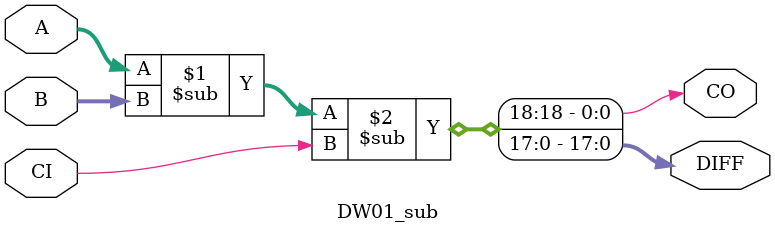
<source format=v>




//
//-------------------------------------------------------------------------------------------------
//
// Description : Basic subtractor
//
//-------------------------------------------------------------------------------------------------

module DW01_sub( A, B, CI, DIFF, CO)/* synthesis syn_builtin_du = "weak" */;

parameter width = 18;

//Input/output declaration
input [width - 1 : 0]  A;
input [width - 1 : 0]  B;
input                  CI;

output                 CO;
output [width - 1 : 0] DIFF;

//signal declaration
wire                   CO;
wire [width - 1 : 0]   DIFF; 

assign {CO, DIFF} = A - B - CI; 

endmodule

</source>
